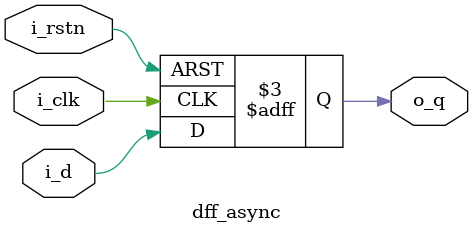
<source format=v>
module dff_async
(
	output reg		o_q,
	input 			i_d,
	input			i_clk,
	input			i_rstn
);

	always @(posedge i_clk or negedge i_rstn) begin
		if(!i_rstn) begin
			o_q <= 1'b0;
		end else begin
			o_q <= i_d;
		end 
	end
endmodule


</source>
